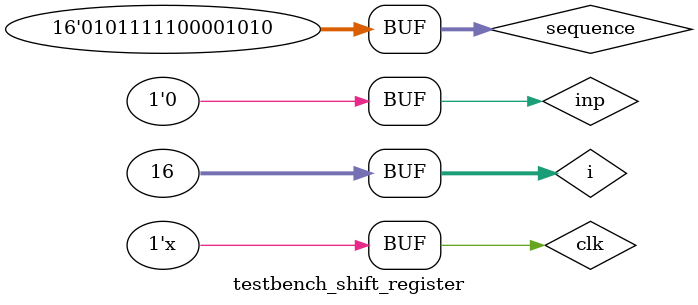
<source format=v>
module testbench_shift_register;
    reg[0:15] sequence;
    wire outp;
    reg inp, clk;
    shift_register_4 inst(inp,clk,outp);
    integer i;
    initial
    begin
        sequence = 16'b0101111100001010;
        inp = 0;
        clk = 1;
        
    end
    always #5 clk=~clk;
    initial
    begin
        #100 
        for (i = 0; i < 16; i=i+1)
        begin
            #8
            inp = sequence[i];
        end
    end
endmodule
</source>
